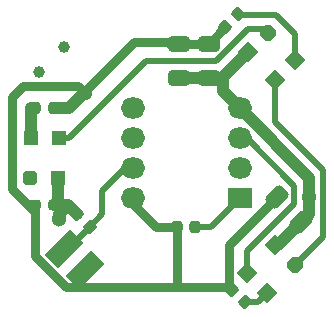
<source format=gtl>
G04 Layer_Physical_Order=1*
G04 Layer_Color=255*
%FSLAX44Y44*%
%MOMM*%
G71*
G01*
G75*
G04:AMPARAMS|DCode=10|XSize=1mm|YSize=0.95mm|CornerRadius=0.2375mm|HoleSize=0mm|Usage=FLASHONLY|Rotation=90.000|XOffset=0mm|YOffset=0mm|HoleType=Round|Shape=RoundedRectangle|*
%AMROUNDEDRECTD10*
21,1,1.0000,0.4750,0,0,90.0*
21,1,0.5250,0.9500,0,0,90.0*
1,1,0.4750,0.2375,0.2625*
1,1,0.4750,0.2375,-0.2625*
1,1,0.4750,-0.2375,-0.2625*
1,1,0.4750,-0.2375,0.2625*
%
%ADD10ROUNDEDRECTD10*%
G04:AMPARAMS|DCode=11|XSize=1.2mm|YSize=1.2mm|CornerRadius=0.3mm|HoleSize=0mm|Usage=FLASHONLY|Rotation=90.000|XOffset=0mm|YOffset=0mm|HoleType=Round|Shape=RoundedRectangle|*
%AMROUNDEDRECTD11*
21,1,1.2000,0.6000,0,0,90.0*
21,1,0.6000,1.2000,0,0,90.0*
1,1,0.6000,0.3000,0.3000*
1,1,0.6000,0.3000,-0.3000*
1,1,0.6000,-0.3000,-0.3000*
1,1,0.6000,-0.3000,0.3000*
%
%ADD11ROUNDEDRECTD11*%
%ADD12R,1.2000X1.2000*%
G04:AMPARAMS|DCode=13|XSize=1.2mm|YSize=1.2mm|CornerRadius=0.3mm|HoleSize=0mm|Usage=FLASHONLY|Rotation=315.000|XOffset=0mm|YOffset=0mm|HoleType=Round|Shape=RoundedRectangle|*
%AMROUNDEDRECTD13*
21,1,1.2000,0.6000,0,0,315.0*
21,1,0.6000,1.2000,0,0,315.0*
1,1,0.6000,0.0000,-0.4243*
1,1,0.6000,-0.4243,0.0000*
1,1,0.6000,0.0000,0.4243*
1,1,0.6000,0.4243,0.0000*
%
%ADD13ROUNDEDRECTD13*%
%ADD14P,1.6971X4X360.0*%
G04:AMPARAMS|DCode=15|XSize=1.2mm|YSize=1.2mm|CornerRadius=0.3mm|HoleSize=0mm|Usage=FLASHONLY|Rotation=225.000|XOffset=0mm|YOffset=0mm|HoleType=Round|Shape=RoundedRectangle|*
%AMROUNDEDRECTD15*
21,1,1.2000,0.6000,0,0,225.0*
21,1,0.6000,1.2000,0,0,225.0*
1,1,0.6000,-0.4243,0.0000*
1,1,0.6000,0.0000,0.4243*
1,1,0.6000,0.4243,0.0000*
1,1,0.6000,0.0000,-0.4243*
%
%ADD15ROUNDEDRECTD15*%
%ADD16P,1.6971X4X270.0*%
G04:AMPARAMS|DCode=17|XSize=1mm|YSize=0.95mm|CornerRadius=0.2375mm|HoleSize=0mm|Usage=FLASHONLY|Rotation=315.000|XOffset=0mm|YOffset=0mm|HoleType=Round|Shape=RoundedRectangle|*
%AMROUNDEDRECTD17*
21,1,1.0000,0.4750,0,0,315.0*
21,1,0.5250,0.9500,0,0,315.0*
1,1,0.4750,0.0177,-0.3536*
1,1,0.4750,-0.3536,0.0177*
1,1,0.4750,-0.0177,0.3536*
1,1,0.4750,0.3536,-0.0177*
%
%ADD17ROUNDEDRECTD17*%
G04:AMPARAMS|DCode=18|XSize=1mm|YSize=0.95mm|CornerRadius=0.2375mm|HoleSize=0mm|Usage=FLASHONLY|Rotation=225.000|XOffset=0mm|YOffset=0mm|HoleType=Round|Shape=RoundedRectangle|*
%AMROUNDEDRECTD18*
21,1,1.0000,0.4750,0,0,225.0*
21,1,0.5250,0.9500,0,0,225.0*
1,1,0.4750,-0.3536,-0.0177*
1,1,0.4750,0.0177,0.3536*
1,1,0.4750,0.3536,0.0177*
1,1,0.4750,-0.0177,-0.3536*
%
%ADD18ROUNDEDRECTD18*%
G04:AMPARAMS|DCode=19|XSize=0.9mm|YSize=0.95mm|CornerRadius=0.225mm|HoleSize=0mm|Usage=FLASHONLY|Rotation=90.000|XOffset=0mm|YOffset=0mm|HoleType=Round|Shape=RoundedRectangle|*
%AMROUNDEDRECTD19*
21,1,0.9000,0.5000,0,0,90.0*
21,1,0.4500,0.9500,0,0,90.0*
1,1,0.4500,0.2500,0.2250*
1,1,0.4500,0.2500,-0.2250*
1,1,0.4500,-0.2500,-0.2250*
1,1,0.4500,-0.2500,0.2250*
%
%ADD19ROUNDEDRECTD19*%
G04:AMPARAMS|DCode=20|XSize=1.85mm|YSize=1.35mm|CornerRadius=0.3375mm|HoleSize=0mm|Usage=FLASHONLY|Rotation=0.000|XOffset=0mm|YOffset=0mm|HoleType=Round|Shape=RoundedRectangle|*
%AMROUNDEDRECTD20*
21,1,1.8500,0.6750,0,0,0.0*
21,1,1.1750,1.3500,0,0,0.0*
1,1,0.6750,0.5875,-0.3375*
1,1,0.6750,-0.5875,-0.3375*
1,1,0.6750,-0.5875,0.3375*
1,1,0.6750,0.5875,0.3375*
%
%ADD20ROUNDEDRECTD20*%
G04:AMPARAMS|DCode=21|XSize=1.85mm|YSize=1.35mm|CornerRadius=0.3375mm|HoleSize=0mm|Usage=FLASHONLY|Rotation=45.000|XOffset=0mm|YOffset=0mm|HoleType=Round|Shape=RoundedRectangle|*
%AMROUNDEDRECTD21*
21,1,1.8500,0.6750,0,0,45.0*
21,1,1.1750,1.3500,0,0,45.0*
1,1,0.6750,0.6541,0.1768*
1,1,0.6750,-0.1768,-0.6541*
1,1,0.6750,-0.6541,-0.1768*
1,1,0.6750,0.1768,0.6541*
%
%ADD21ROUNDEDRECTD21*%
%ADD22O,2.0500X1.8000*%
%ADD23R,2.0500X1.8000*%
%ADD24C,0.5000*%
%ADD25C,1.0000*%
%ADD26C,0.7500*%
%ADD27C,1.0000*%
G04:AMPARAMS|DCode=28|XSize=1.6mm|YSize=3mm|CornerRadius=0mm|HoleSize=0mm|Usage=FLASHONLY|Rotation=315.000|XOffset=0mm|YOffset=0mm|HoleType=Round|Shape=Rectangle|*
%AMROTATEDRECTD28*
4,1,4,-1.6263,-0.4950,0.4950,1.6263,1.6263,0.4950,-0.4950,-1.6263,-1.6263,-0.4950,0.0*
%
%ADD28ROTATEDRECTD28*%

%ADD29C,1.3000*%
D10*
X53750Y197000D02*
D03*
X38250D02*
D03*
X173750Y96000D02*
D03*
X158250D02*
D03*
D11*
X34000Y138300D02*
D03*
D12*
X57700Y138200D02*
D03*
X57900Y171400D02*
D03*
X34100D02*
D03*
D13*
X234970Y261001D02*
D03*
D14*
X218140Y244313D02*
D03*
X241475Y220696D02*
D03*
X258304Y237525D02*
D03*
D15*
X258001Y64030D02*
D03*
D16*
X241313Y80860D02*
D03*
X217696Y57525D02*
D03*
X234525Y40696D02*
D03*
D17*
X198770Y265520D02*
D03*
X209730Y276480D02*
D03*
D18*
X204520Y43480D02*
D03*
X215480Y32520D02*
D03*
X84480Y96520D02*
D03*
X73520Y107480D02*
D03*
D19*
X38250Y115000D02*
D03*
X53750D02*
D03*
D20*
X160000Y251750D02*
D03*
Y222250D02*
D03*
X185000Y251750D02*
D03*
Y222250D02*
D03*
D21*
X242570Y121430D02*
D03*
X263430Y100570D02*
D03*
D22*
X120500Y196800D02*
D03*
Y171400D02*
D03*
Y146000D02*
D03*
Y120600D02*
D03*
X211500Y196800D02*
D03*
Y171400D02*
D03*
Y146000D02*
D03*
D23*
Y120600D02*
D03*
D24*
X114000Y146000D02*
X120500D01*
X95000Y127000D02*
X114000Y146000D01*
X95000Y107040D02*
Y127000D01*
X84480Y96520D02*
X95000Y107040D01*
X132000Y237000D02*
X191344D01*
X66400Y171400D02*
X132000Y237000D01*
X57900Y171400D02*
X66400D01*
X231971Y264000D02*
X234970Y261001D01*
X218344Y264000D02*
X231971D01*
X191344Y237000D02*
X218344Y264000D01*
X257486Y115486D02*
Y131514D01*
X217600Y171400D02*
X257486Y131514D01*
X211500Y171400D02*
X217600D01*
X282000Y88029D02*
Y145000D01*
X241475Y185525D02*
X282000Y145000D01*
X241475Y185525D02*
Y220696D01*
X57020Y71980D02*
X59940D01*
X84480Y96520D01*
X217696Y75696D02*
X257486Y115486D01*
X226349Y32520D02*
X234525Y40696D01*
X215480Y32520D02*
X226349D01*
X217696Y57525D02*
Y75696D01*
X258001Y64030D02*
X282000Y88029D01*
X258304Y237525D02*
Y259696D01*
X242000Y276000D02*
X258304Y259696D01*
X209730Y276000D02*
X242000D01*
X173750Y96000D02*
X186900D01*
X211500Y120600D01*
D25*
X53875Y197125D02*
X66875D01*
X197000Y211300D02*
X211500Y196800D01*
X197000Y211300D02*
Y223173D01*
X58000Y103000D02*
Y107000D01*
X34100Y171400D02*
Y197000D01*
X211500Y196800D02*
X270000Y138300D01*
Y122000D02*
Y138300D01*
X66875Y197125D02*
X79750Y210000D01*
X197000Y223173D02*
X218140Y244313D01*
X160000Y221250D02*
X161000Y222250D01*
X185000D01*
X58000Y107000D02*
X66000Y115000D01*
X263430Y100570D02*
X270000Y107140D01*
Y122000D01*
X66000Y115000D02*
X73520Y107480D01*
X53750Y115000D02*
X66000D01*
X57700Y118950D02*
Y138200D01*
X53750Y115000D02*
X57700Y118950D01*
X243719Y80860D02*
X263430Y100570D01*
X241313Y80860D02*
X243719D01*
D26*
X122000Y253000D02*
X150750D01*
X79500Y210500D02*
X122000Y253000D01*
X18750Y128250D02*
X37625Y109375D01*
X18750Y128250D02*
Y206831D01*
X38250Y71750D02*
Y115000D01*
X74000Y216000D02*
X80000Y210000D01*
X64000Y46000D02*
X157000D01*
X38250Y71750D02*
X64000Y46000D01*
X157000D02*
X202000D01*
X157000D02*
X158250Y47250D01*
Y96000D01*
X202000Y80860D02*
X242570Y121430D01*
X202000Y46000D02*
Y80860D01*
X140000Y96000D02*
X158250D01*
X120500Y115500D02*
X140000Y96000D01*
X120500Y115500D02*
Y120600D01*
X18750Y206831D02*
X27919Y216000D01*
X74000D01*
X161000Y251750D02*
X185000D01*
X160000Y250750D02*
X161000Y251750D01*
X150750Y253000D02*
X153750Y250000D01*
X185000Y251750D02*
X198770Y265520D01*
D27*
X62607Y248607D02*
D03*
X41393Y227393D02*
D03*
D28*
X80637Y59677D02*
D03*
X62677Y77637D02*
D03*
D29*
X58000Y103000D02*
D03*
X80000Y210000D02*
D03*
X270000Y122000D02*
D03*
M02*

</source>
